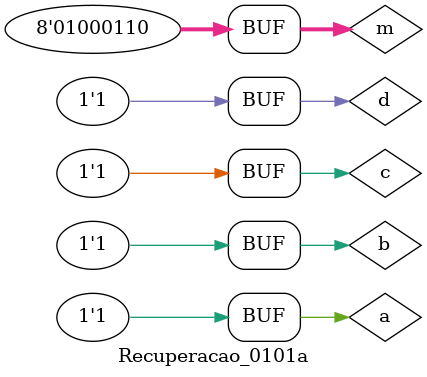
<source format=v>
/*
 Recuperacao_0101a.v - v0.0. - 30 / 10 / 2022
 Autor    : Gabriel Vargas Bento de Souza
 Matricula: 778023
 */

/* 
 Soma dos produtos
               ___
f(a,b,c,d) =  \   m (0,1,5,6,8,9,C,E)  = SoP(0,1,5,6,8,9,C,E)
              /___
*/

/**
 SoP(0,1,5,6,8,9,C,E)
 */
module SoP (output s,
            input  a, b, c, d);
   assign s = (~a & ~b & ~c & ~d)  // 0
            | (~a & ~b & ~c &  d)  // 1
            | (~a &  b & ~c &  d)  // 5
            | (~a &  b &  c & ~d)  // 6
            | ( a & ~b & ~c & ~d)  // 8
            | ( a & ~b & ~c &  d)  // 9
            | ( a &  b & ~c & ~d)  // C
            | ( a &  b &  c & ~d); // E
endmodule // SoP

/**
  Recuperacao_0101a.v
 */
module Recuperacao_0101a;
   reg  a, b, c, d;
   reg[7:0] m;
   wire s;
   
   // instancias
   SoP SOP1 (s, a, b, c, d);
   
   // valores iniciais
   initial begin: start
      a=1'bx; b=1'bx; c=1'bx; d=1'bx;                      
   end

   // parte principal
   initial begin: main
       $display("Gabriel Vargas Bento de Souza - 778023");
       $display("Recuperacao_01");
       $display("\n01.a) SoP (0,1,5,6,8,9,C,E)\n");

       // monitoramento
       $display(" m  a  b  c  d  s");
       $monitor("%2c %2b %2b %2b %2b %2b", m, a,  b,  c,  d, s);

       // sinalizacao
          a=0; b=0; c=0; d=0; m="0";
       #1                d=1; m="1";
       #1           c=1; d=0; m="2";
       #1                d=1; m="3";
       #1      b=1; c=0; d=0; m="4";
       #1                d=1; m="5";
       #1           c=1; d=0; m="6";
       #1                d=1; m="7";
       #1 a=1; b=0; c=0; d=0; m="8";
       #1                d=1; m="9";
       #1           c=1; d=0; m="A";
       #1                d=1; m="B";
       #1      b=1; c=0; d=0; m="C";
       #1                d=1; m="D";
       #1           c=1; d=0; m="E";
       #1                d=1; m="F";
   end
endmodule // Recuperacao_0101a

/*
gabriel@desktop-ubuntu:~/Desktop/CC-PUC/2periodo/ARQ1/Tarefas/Recuperacao01$ vvp Recuperacao_0101a.vvp
Gabriel Vargas Bento de Souza - 778023
Recuperacao_01

01.a) SoP (0,1,5,6,8,9,C,E)

 m  a  b  c  d  s
 0  0  0  0  0  1
 1  0  0  0  1  1
 2  0  0  1  0  0
 3  0  0  1  1  0
 4  0  1  0  0  0
 5  0  1  0  1  1
 6  0  1  1  0  1
 7  0  1  1  1  0
 8  1  0  0  0  1
 9  1  0  0  1  1
 A  1  0  1  0  0
 B  1  0  1  1  0
 C  1  1  0  0  1
 D  1  1  0  1  0
 E  1  1  1  0  1
 F  1  1  1  1  0

*/
</source>
